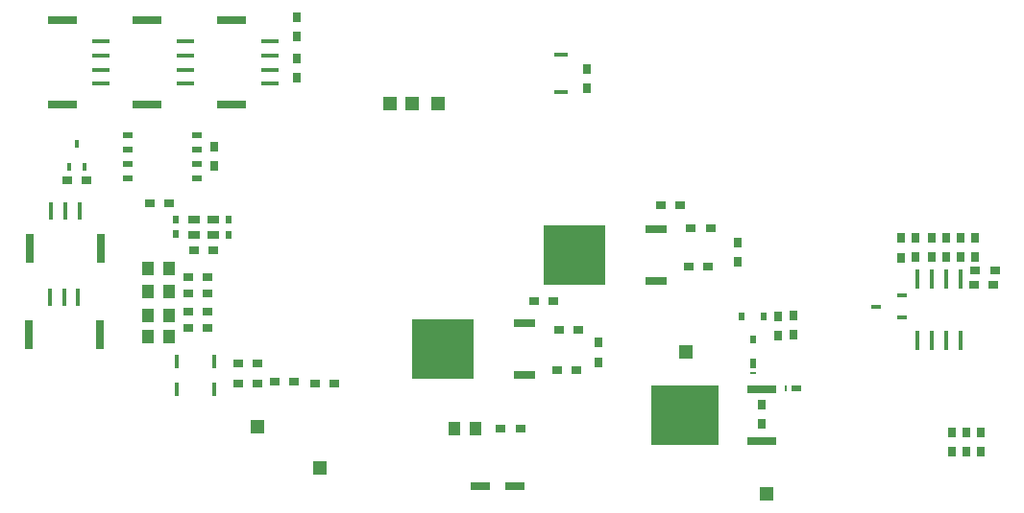
<source format=gbr>
G04 DipTrace 3.2.0.1*
G04 TopPaste.gbr*
%MOIN*%
G04 #@! TF.FileFunction,Paste,Top*
G04 #@! TF.Part,Single*
%ADD43R,0.031496X0.035433*%
%ADD70R,0.03937X0.031496*%
%ADD72R,0.015748X0.070866*%
%ADD74R,0.037126X0.022126*%
%ADD76R,0.234252X0.21063*%
%ADD78R,0.100394X0.031496*%
%ADD80R,0.003937X0.03937*%
%ADD82R,0.03937X0.003937*%
%ADD84R,0.051181X0.01378*%
%ADD86R,0.033465X0.017717*%
%ADD88R,0.214567X0.21063*%
%ADD90R,0.074803X0.031496*%
%ADD91R,0.023622X0.027559*%
%ADD95R,0.015748X0.059055*%
%ADD97R,0.031496X0.102362*%
%ADD98R,0.059055X0.015748*%
%ADD100R,0.102362X0.031496*%
%ADD102R,0.011811X0.025591*%
%ADD104R,0.043307X0.051181*%
%ADD106R,0.019291X0.032874*%
%ADD108R,0.019291X0.007283*%
%ADD110R,0.032874X0.019291*%
%ADD112R,0.007283X0.019291*%
%ADD118R,0.070866X0.031496*%
%ADD120R,0.035433X0.031496*%
%ADD122R,0.019685X0.027559*%
%ADD124R,0.01378X0.051181*%
%ADD131R,0.051181X0.051181*%
%FSLAX26Y26*%
G04*
G70*
G90*
G75*
G01*
G04 TopPaste*
%LPD*%
D43*
X3770156Y739535D3*
Y672606D3*
D131*
X2846457Y1019685D3*
D43*
X3870155Y739535D3*
Y672606D3*
X3820155Y739535D3*
Y672606D3*
D124*
X1208562Y891108D3*
X1080609D3*
X1208562Y984848D3*
X1080609D3*
D131*
X1358546Y759871D3*
X1577273Y616136D3*
D122*
X1258556Y1478546D3*
Y1427365D3*
X1077325Y1428551D3*
Y1479732D3*
D43*
X2501987Y2001609D3*
Y1934680D3*
X3109694Y770686D3*
Y837615D3*
D118*
X2133858Y551181D3*
X2251969D3*
D43*
X1208562Y1666026D3*
Y1732955D3*
X3025315Y1398953D3*
Y1332024D3*
X2543255Y1051360D3*
Y984430D3*
X3699092Y1416354D3*
Y1349425D3*
X3849092Y1416354D3*
Y1349425D3*
X3749092Y1416354D3*
Y1349425D3*
D120*
X3847467Y1253856D3*
X3914396D3*
D112*
X3192913Y893701D3*
D110*
X3228543D3*
D108*
X3079080Y945311D3*
D106*
Y980941D3*
D104*
X2117045Y751969D3*
X2042241D3*
X1053703Y1309814D3*
X978900D3*
X1053703Y1228572D3*
X978900D3*
D102*
X707382Y1661598D3*
X758568D3*
X732975Y1744276D3*
D104*
X1053703Y1147331D3*
X978900D3*
X1053703Y1072339D3*
X978900D3*
D131*
X3125984Y527559D3*
D100*
X977147Y2172223D3*
Y1878916D3*
D98*
X1109037Y2050176D3*
Y2000963D3*
Y2099388D3*
Y1951751D3*
D100*
X1270866Y2172223D3*
Y1878916D3*
D98*
X1402756Y2050176D3*
Y2000963D3*
Y2099388D3*
Y1951751D3*
D97*
X571265Y1378530D3*
X817328D3*
D95*
X644100Y1510420D3*
X693312D3*
X742525D3*
X644100D3*
D100*
X683428Y2172223D3*
Y1878916D3*
D98*
X815318Y2050176D3*
Y2000963D3*
Y2099388D3*
Y1951751D3*
D97*
X566929Y1078740D3*
X812992D3*
D95*
X639764Y1210630D3*
X688976D3*
X738189D3*
X639764D3*
D91*
X3078740Y1062992D3*
X3041339Y1141732D3*
X3116142D3*
D90*
X2287031Y938871D3*
Y1118399D3*
D88*
X2001598Y1028635D3*
D90*
X2744094Y1267717D3*
Y1447244D3*
D88*
X2458661Y1357480D3*
D86*
X3596780Y1139929D3*
Y1214732D3*
X3506228Y1177331D3*
D120*
X1139819Y1371619D3*
X1206748D3*
D43*
X3221167Y1147081D3*
Y1080152D3*
X3165639Y1144105D3*
Y1077176D3*
D120*
X2204724Y751969D3*
X2271654D3*
X1421039Y916105D3*
X1487969D3*
X1627268Y909856D3*
X1560339D3*
D43*
X1495843Y2115979D3*
Y2182908D3*
Y2040987D3*
Y1974058D3*
D120*
X987505Y1534781D3*
X1054434D3*
X1187940Y1278567D3*
X1121010D3*
X1187940Y1222323D3*
X1121010D3*
X766636Y1616030D3*
X699707D3*
X1187940Y1159829D3*
X1121010D3*
X1187940Y1103585D3*
X1121010D3*
X1358546Y978598D3*
X1291617D3*
X1358546Y909856D3*
X1291617D3*
X2399520Y957619D3*
X2466449D3*
X2405769Y1095105D3*
X2472698D3*
X2864646Y1448948D3*
X2931575D3*
X2387021Y1195094D3*
X2320092D3*
X2825336Y1530189D3*
X2758407D3*
X3851404Y1303856D3*
X3918333D3*
D43*
X3799092Y1416354D3*
Y1349425D3*
X3592841Y1347606D3*
Y1414535D3*
X3642841Y1416354D3*
Y1349425D3*
D120*
X2856583Y1317711D3*
X2923512D3*
D131*
X1818898Y1881890D3*
X1897638D3*
D84*
X2414496Y2051604D3*
Y1923651D3*
D131*
X1988189Y1881890D3*
D82*
X1352297Y1384806D3*
Y1365121D3*
Y1345436D3*
Y1325751D3*
Y1306066D3*
Y1286381D3*
Y1266696D3*
Y1247010D3*
Y1227325D3*
Y1207640D3*
Y1187955D3*
Y1168270D3*
Y1148585D3*
Y1128900D3*
Y1109215D3*
Y1089530D3*
D80*
X1431037Y1010790D3*
X1450722D3*
X1470407D3*
X1490092D3*
X1509777D3*
X1529462D3*
X1549147D3*
X1568832D3*
X1588517D3*
X1608202D3*
X1627887D3*
X1647572D3*
X1667257D3*
X1686942D3*
X1706627D3*
X1726312D3*
D82*
X1805052Y1089530D3*
Y1109215D3*
Y1128900D3*
Y1148585D3*
Y1168270D3*
Y1187955D3*
Y1207640D3*
Y1227325D3*
Y1247010D3*
Y1266696D3*
Y1286381D3*
Y1306066D3*
Y1325751D3*
Y1345436D3*
Y1365121D3*
Y1384806D3*
D80*
X1726312Y1463546D3*
X1706627D3*
X1686942D3*
X1667257D3*
X1647572D3*
X1627887D3*
X1608202D3*
X1588517D3*
X1568832D3*
X1549147D3*
X1529462D3*
X1509777D3*
X1490092D3*
X1470407D3*
X1450722D3*
X1431037D3*
D78*
X3108352Y708482D3*
Y888009D3*
D76*
X2844572Y798245D3*
D74*
X1150005Y1622281D3*
Y1672281D3*
Y1722281D3*
Y1772281D3*
X909507D3*
Y1722281D3*
Y1672281D3*
Y1622281D3*
D72*
X3801406Y1272605D3*
X3751406D3*
X3701406D3*
X3651406D3*
Y1060007D3*
X3701406D3*
X3751406D3*
X3801406D3*
D70*
X1139819Y1478546D3*
Y1427365D3*
X1206748Y1478546D3*
Y1427365D3*
M02*

</source>
